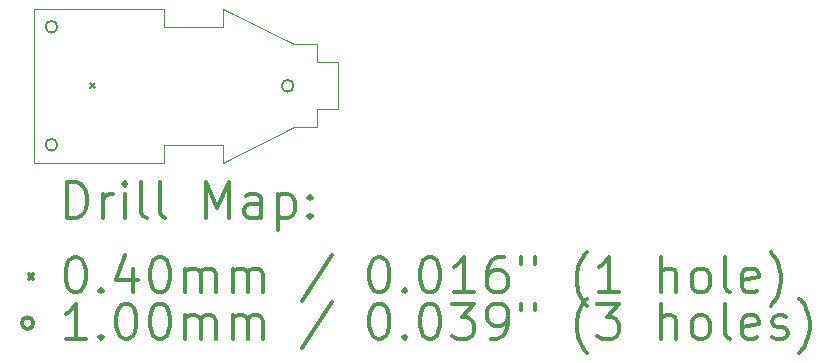
<source format=gbr>
%FSLAX45Y45*%
G04 Gerber Fmt 4.5, Leading zero omitted, Abs format (unit mm)*
G04 Created by KiCad (PCBNEW (5.1.6)-1) date 2022-09-21 11:03:20*
%MOMM*%
%LPD*%
G01*
G04 APERTURE LIST*
%TA.AperFunction,Profile*%
%ADD10C,0.050000*%
%TD*%
%ADD11C,0.200000*%
%ADD12C,0.300000*%
G04 APERTURE END LIST*
D10*
X16300000Y-12350000D02*
X16900000Y-12050000D01*
X16200000Y-12200000D02*
X16300000Y-12200000D01*
X16300000Y-11050000D02*
X16900000Y-11350000D01*
X16200000Y-11200000D02*
X16300000Y-11200000D01*
X16300000Y-11200000D02*
X16300000Y-11050000D01*
X15800000Y-11200000D02*
X16200000Y-11200000D01*
X16300000Y-12200000D02*
X16300000Y-12350000D01*
X15800000Y-12200000D02*
X16200000Y-12200000D01*
X15800000Y-11050000D02*
X15800000Y-11200000D01*
X15800000Y-12350000D02*
X15800000Y-12200000D01*
X15600000Y-11050000D02*
X15800000Y-11050000D01*
X15600000Y-12350000D02*
X15800000Y-12350000D01*
X17100000Y-12050000D02*
X16900000Y-12050000D01*
X17100000Y-11350000D02*
X16900000Y-11350000D01*
X17100000Y-11900000D02*
X17100000Y-12050000D01*
X17275000Y-11900000D02*
X17100000Y-11900000D01*
X17100000Y-11500000D02*
X17100000Y-11350000D01*
X17275000Y-11500000D02*
X17100000Y-11500000D01*
X17275000Y-11500000D02*
X17275000Y-11900000D01*
X14700000Y-12350000D02*
X15600000Y-12350000D01*
X14700000Y-11050000D02*
X15600000Y-11050000D01*
X14700000Y-12350000D02*
X14700000Y-11050000D01*
D11*
X15180000Y-11680000D02*
X15220000Y-11720000D01*
X15220000Y-11680000D02*
X15180000Y-11720000D01*
X16900000Y-11700000D02*
G75*
G03*
X16900000Y-11700000I-50000J0D01*
G01*
X14900000Y-11200000D02*
G75*
G03*
X14900000Y-11200000I-50000J0D01*
G01*
X14900000Y-12200000D02*
G75*
G03*
X14900000Y-12200000I-50000J0D01*
G01*
D12*
X14983928Y-12818214D02*
X14983928Y-12518214D01*
X15055357Y-12518214D01*
X15098214Y-12532500D01*
X15126786Y-12561071D01*
X15141071Y-12589643D01*
X15155357Y-12646786D01*
X15155357Y-12689643D01*
X15141071Y-12746786D01*
X15126786Y-12775357D01*
X15098214Y-12803929D01*
X15055357Y-12818214D01*
X14983928Y-12818214D01*
X15283928Y-12818214D02*
X15283928Y-12618214D01*
X15283928Y-12675357D02*
X15298214Y-12646786D01*
X15312500Y-12632500D01*
X15341071Y-12618214D01*
X15369643Y-12618214D01*
X15469643Y-12818214D02*
X15469643Y-12618214D01*
X15469643Y-12518214D02*
X15455357Y-12532500D01*
X15469643Y-12546786D01*
X15483928Y-12532500D01*
X15469643Y-12518214D01*
X15469643Y-12546786D01*
X15655357Y-12818214D02*
X15626786Y-12803929D01*
X15612500Y-12775357D01*
X15612500Y-12518214D01*
X15812500Y-12818214D02*
X15783928Y-12803929D01*
X15769643Y-12775357D01*
X15769643Y-12518214D01*
X16155357Y-12818214D02*
X16155357Y-12518214D01*
X16255357Y-12732500D01*
X16355357Y-12518214D01*
X16355357Y-12818214D01*
X16626786Y-12818214D02*
X16626786Y-12661071D01*
X16612500Y-12632500D01*
X16583928Y-12618214D01*
X16526786Y-12618214D01*
X16498214Y-12632500D01*
X16626786Y-12803929D02*
X16598214Y-12818214D01*
X16526786Y-12818214D01*
X16498214Y-12803929D01*
X16483928Y-12775357D01*
X16483928Y-12746786D01*
X16498214Y-12718214D01*
X16526786Y-12703929D01*
X16598214Y-12703929D01*
X16626786Y-12689643D01*
X16769643Y-12618214D02*
X16769643Y-12918214D01*
X16769643Y-12632500D02*
X16798214Y-12618214D01*
X16855357Y-12618214D01*
X16883928Y-12632500D01*
X16898214Y-12646786D01*
X16912500Y-12675357D01*
X16912500Y-12761071D01*
X16898214Y-12789643D01*
X16883928Y-12803929D01*
X16855357Y-12818214D01*
X16798214Y-12818214D01*
X16769643Y-12803929D01*
X17041071Y-12789643D02*
X17055357Y-12803929D01*
X17041071Y-12818214D01*
X17026786Y-12803929D01*
X17041071Y-12789643D01*
X17041071Y-12818214D01*
X17041071Y-12632500D02*
X17055357Y-12646786D01*
X17041071Y-12661071D01*
X17026786Y-12646786D01*
X17041071Y-12632500D01*
X17041071Y-12661071D01*
X14657500Y-13292500D02*
X14697500Y-13332500D01*
X14697500Y-13292500D02*
X14657500Y-13332500D01*
X15041071Y-13148214D02*
X15069643Y-13148214D01*
X15098214Y-13162500D01*
X15112500Y-13176786D01*
X15126786Y-13205357D01*
X15141071Y-13262500D01*
X15141071Y-13333929D01*
X15126786Y-13391071D01*
X15112500Y-13419643D01*
X15098214Y-13433929D01*
X15069643Y-13448214D01*
X15041071Y-13448214D01*
X15012500Y-13433929D01*
X14998214Y-13419643D01*
X14983928Y-13391071D01*
X14969643Y-13333929D01*
X14969643Y-13262500D01*
X14983928Y-13205357D01*
X14998214Y-13176786D01*
X15012500Y-13162500D01*
X15041071Y-13148214D01*
X15269643Y-13419643D02*
X15283928Y-13433929D01*
X15269643Y-13448214D01*
X15255357Y-13433929D01*
X15269643Y-13419643D01*
X15269643Y-13448214D01*
X15541071Y-13248214D02*
X15541071Y-13448214D01*
X15469643Y-13133929D02*
X15398214Y-13348214D01*
X15583928Y-13348214D01*
X15755357Y-13148214D02*
X15783928Y-13148214D01*
X15812500Y-13162500D01*
X15826786Y-13176786D01*
X15841071Y-13205357D01*
X15855357Y-13262500D01*
X15855357Y-13333929D01*
X15841071Y-13391071D01*
X15826786Y-13419643D01*
X15812500Y-13433929D01*
X15783928Y-13448214D01*
X15755357Y-13448214D01*
X15726786Y-13433929D01*
X15712500Y-13419643D01*
X15698214Y-13391071D01*
X15683928Y-13333929D01*
X15683928Y-13262500D01*
X15698214Y-13205357D01*
X15712500Y-13176786D01*
X15726786Y-13162500D01*
X15755357Y-13148214D01*
X15983928Y-13448214D02*
X15983928Y-13248214D01*
X15983928Y-13276786D02*
X15998214Y-13262500D01*
X16026786Y-13248214D01*
X16069643Y-13248214D01*
X16098214Y-13262500D01*
X16112500Y-13291071D01*
X16112500Y-13448214D01*
X16112500Y-13291071D02*
X16126786Y-13262500D01*
X16155357Y-13248214D01*
X16198214Y-13248214D01*
X16226786Y-13262500D01*
X16241071Y-13291071D01*
X16241071Y-13448214D01*
X16383928Y-13448214D02*
X16383928Y-13248214D01*
X16383928Y-13276786D02*
X16398214Y-13262500D01*
X16426786Y-13248214D01*
X16469643Y-13248214D01*
X16498214Y-13262500D01*
X16512500Y-13291071D01*
X16512500Y-13448214D01*
X16512500Y-13291071D02*
X16526786Y-13262500D01*
X16555357Y-13248214D01*
X16598214Y-13248214D01*
X16626786Y-13262500D01*
X16641071Y-13291071D01*
X16641071Y-13448214D01*
X17226786Y-13133929D02*
X16969643Y-13519643D01*
X17612500Y-13148214D02*
X17641071Y-13148214D01*
X17669643Y-13162500D01*
X17683928Y-13176786D01*
X17698214Y-13205357D01*
X17712500Y-13262500D01*
X17712500Y-13333929D01*
X17698214Y-13391071D01*
X17683928Y-13419643D01*
X17669643Y-13433929D01*
X17641071Y-13448214D01*
X17612500Y-13448214D01*
X17583928Y-13433929D01*
X17569643Y-13419643D01*
X17555357Y-13391071D01*
X17541071Y-13333929D01*
X17541071Y-13262500D01*
X17555357Y-13205357D01*
X17569643Y-13176786D01*
X17583928Y-13162500D01*
X17612500Y-13148214D01*
X17841071Y-13419643D02*
X17855357Y-13433929D01*
X17841071Y-13448214D01*
X17826786Y-13433929D01*
X17841071Y-13419643D01*
X17841071Y-13448214D01*
X18041071Y-13148214D02*
X18069643Y-13148214D01*
X18098214Y-13162500D01*
X18112500Y-13176786D01*
X18126786Y-13205357D01*
X18141071Y-13262500D01*
X18141071Y-13333929D01*
X18126786Y-13391071D01*
X18112500Y-13419643D01*
X18098214Y-13433929D01*
X18069643Y-13448214D01*
X18041071Y-13448214D01*
X18012500Y-13433929D01*
X17998214Y-13419643D01*
X17983928Y-13391071D01*
X17969643Y-13333929D01*
X17969643Y-13262500D01*
X17983928Y-13205357D01*
X17998214Y-13176786D01*
X18012500Y-13162500D01*
X18041071Y-13148214D01*
X18426786Y-13448214D02*
X18255357Y-13448214D01*
X18341071Y-13448214D02*
X18341071Y-13148214D01*
X18312500Y-13191071D01*
X18283928Y-13219643D01*
X18255357Y-13233929D01*
X18683928Y-13148214D02*
X18626786Y-13148214D01*
X18598214Y-13162500D01*
X18583928Y-13176786D01*
X18555357Y-13219643D01*
X18541071Y-13276786D01*
X18541071Y-13391071D01*
X18555357Y-13419643D01*
X18569643Y-13433929D01*
X18598214Y-13448214D01*
X18655357Y-13448214D01*
X18683928Y-13433929D01*
X18698214Y-13419643D01*
X18712500Y-13391071D01*
X18712500Y-13319643D01*
X18698214Y-13291071D01*
X18683928Y-13276786D01*
X18655357Y-13262500D01*
X18598214Y-13262500D01*
X18569643Y-13276786D01*
X18555357Y-13291071D01*
X18541071Y-13319643D01*
X18826786Y-13148214D02*
X18826786Y-13205357D01*
X18941071Y-13148214D02*
X18941071Y-13205357D01*
X19383928Y-13562500D02*
X19369643Y-13548214D01*
X19341071Y-13505357D01*
X19326786Y-13476786D01*
X19312500Y-13433929D01*
X19298214Y-13362500D01*
X19298214Y-13305357D01*
X19312500Y-13233929D01*
X19326786Y-13191071D01*
X19341071Y-13162500D01*
X19369643Y-13119643D01*
X19383928Y-13105357D01*
X19655357Y-13448214D02*
X19483928Y-13448214D01*
X19569643Y-13448214D02*
X19569643Y-13148214D01*
X19541071Y-13191071D01*
X19512500Y-13219643D01*
X19483928Y-13233929D01*
X20012500Y-13448214D02*
X20012500Y-13148214D01*
X20141071Y-13448214D02*
X20141071Y-13291071D01*
X20126786Y-13262500D01*
X20098214Y-13248214D01*
X20055357Y-13248214D01*
X20026786Y-13262500D01*
X20012500Y-13276786D01*
X20326786Y-13448214D02*
X20298214Y-13433929D01*
X20283928Y-13419643D01*
X20269643Y-13391071D01*
X20269643Y-13305357D01*
X20283928Y-13276786D01*
X20298214Y-13262500D01*
X20326786Y-13248214D01*
X20369643Y-13248214D01*
X20398214Y-13262500D01*
X20412500Y-13276786D01*
X20426786Y-13305357D01*
X20426786Y-13391071D01*
X20412500Y-13419643D01*
X20398214Y-13433929D01*
X20369643Y-13448214D01*
X20326786Y-13448214D01*
X20598214Y-13448214D02*
X20569643Y-13433929D01*
X20555357Y-13405357D01*
X20555357Y-13148214D01*
X20826786Y-13433929D02*
X20798214Y-13448214D01*
X20741071Y-13448214D01*
X20712500Y-13433929D01*
X20698214Y-13405357D01*
X20698214Y-13291071D01*
X20712500Y-13262500D01*
X20741071Y-13248214D01*
X20798214Y-13248214D01*
X20826786Y-13262500D01*
X20841071Y-13291071D01*
X20841071Y-13319643D01*
X20698214Y-13348214D01*
X20941071Y-13562500D02*
X20955357Y-13548214D01*
X20983928Y-13505357D01*
X20998214Y-13476786D01*
X21012500Y-13433929D01*
X21026786Y-13362500D01*
X21026786Y-13305357D01*
X21012500Y-13233929D01*
X20998214Y-13191071D01*
X20983928Y-13162500D01*
X20955357Y-13119643D01*
X20941071Y-13105357D01*
X14697500Y-13708500D02*
G75*
G03*
X14697500Y-13708500I-50000J0D01*
G01*
X15141071Y-13844214D02*
X14969643Y-13844214D01*
X15055357Y-13844214D02*
X15055357Y-13544214D01*
X15026786Y-13587071D01*
X14998214Y-13615643D01*
X14969643Y-13629929D01*
X15269643Y-13815643D02*
X15283928Y-13829929D01*
X15269643Y-13844214D01*
X15255357Y-13829929D01*
X15269643Y-13815643D01*
X15269643Y-13844214D01*
X15469643Y-13544214D02*
X15498214Y-13544214D01*
X15526786Y-13558500D01*
X15541071Y-13572786D01*
X15555357Y-13601357D01*
X15569643Y-13658500D01*
X15569643Y-13729929D01*
X15555357Y-13787071D01*
X15541071Y-13815643D01*
X15526786Y-13829929D01*
X15498214Y-13844214D01*
X15469643Y-13844214D01*
X15441071Y-13829929D01*
X15426786Y-13815643D01*
X15412500Y-13787071D01*
X15398214Y-13729929D01*
X15398214Y-13658500D01*
X15412500Y-13601357D01*
X15426786Y-13572786D01*
X15441071Y-13558500D01*
X15469643Y-13544214D01*
X15755357Y-13544214D02*
X15783928Y-13544214D01*
X15812500Y-13558500D01*
X15826786Y-13572786D01*
X15841071Y-13601357D01*
X15855357Y-13658500D01*
X15855357Y-13729929D01*
X15841071Y-13787071D01*
X15826786Y-13815643D01*
X15812500Y-13829929D01*
X15783928Y-13844214D01*
X15755357Y-13844214D01*
X15726786Y-13829929D01*
X15712500Y-13815643D01*
X15698214Y-13787071D01*
X15683928Y-13729929D01*
X15683928Y-13658500D01*
X15698214Y-13601357D01*
X15712500Y-13572786D01*
X15726786Y-13558500D01*
X15755357Y-13544214D01*
X15983928Y-13844214D02*
X15983928Y-13644214D01*
X15983928Y-13672786D02*
X15998214Y-13658500D01*
X16026786Y-13644214D01*
X16069643Y-13644214D01*
X16098214Y-13658500D01*
X16112500Y-13687071D01*
X16112500Y-13844214D01*
X16112500Y-13687071D02*
X16126786Y-13658500D01*
X16155357Y-13644214D01*
X16198214Y-13644214D01*
X16226786Y-13658500D01*
X16241071Y-13687071D01*
X16241071Y-13844214D01*
X16383928Y-13844214D02*
X16383928Y-13644214D01*
X16383928Y-13672786D02*
X16398214Y-13658500D01*
X16426786Y-13644214D01*
X16469643Y-13644214D01*
X16498214Y-13658500D01*
X16512500Y-13687071D01*
X16512500Y-13844214D01*
X16512500Y-13687071D02*
X16526786Y-13658500D01*
X16555357Y-13644214D01*
X16598214Y-13644214D01*
X16626786Y-13658500D01*
X16641071Y-13687071D01*
X16641071Y-13844214D01*
X17226786Y-13529929D02*
X16969643Y-13915643D01*
X17612500Y-13544214D02*
X17641071Y-13544214D01*
X17669643Y-13558500D01*
X17683928Y-13572786D01*
X17698214Y-13601357D01*
X17712500Y-13658500D01*
X17712500Y-13729929D01*
X17698214Y-13787071D01*
X17683928Y-13815643D01*
X17669643Y-13829929D01*
X17641071Y-13844214D01*
X17612500Y-13844214D01*
X17583928Y-13829929D01*
X17569643Y-13815643D01*
X17555357Y-13787071D01*
X17541071Y-13729929D01*
X17541071Y-13658500D01*
X17555357Y-13601357D01*
X17569643Y-13572786D01*
X17583928Y-13558500D01*
X17612500Y-13544214D01*
X17841071Y-13815643D02*
X17855357Y-13829929D01*
X17841071Y-13844214D01*
X17826786Y-13829929D01*
X17841071Y-13815643D01*
X17841071Y-13844214D01*
X18041071Y-13544214D02*
X18069643Y-13544214D01*
X18098214Y-13558500D01*
X18112500Y-13572786D01*
X18126786Y-13601357D01*
X18141071Y-13658500D01*
X18141071Y-13729929D01*
X18126786Y-13787071D01*
X18112500Y-13815643D01*
X18098214Y-13829929D01*
X18069643Y-13844214D01*
X18041071Y-13844214D01*
X18012500Y-13829929D01*
X17998214Y-13815643D01*
X17983928Y-13787071D01*
X17969643Y-13729929D01*
X17969643Y-13658500D01*
X17983928Y-13601357D01*
X17998214Y-13572786D01*
X18012500Y-13558500D01*
X18041071Y-13544214D01*
X18241071Y-13544214D02*
X18426786Y-13544214D01*
X18326786Y-13658500D01*
X18369643Y-13658500D01*
X18398214Y-13672786D01*
X18412500Y-13687071D01*
X18426786Y-13715643D01*
X18426786Y-13787071D01*
X18412500Y-13815643D01*
X18398214Y-13829929D01*
X18369643Y-13844214D01*
X18283928Y-13844214D01*
X18255357Y-13829929D01*
X18241071Y-13815643D01*
X18569643Y-13844214D02*
X18626786Y-13844214D01*
X18655357Y-13829929D01*
X18669643Y-13815643D01*
X18698214Y-13772786D01*
X18712500Y-13715643D01*
X18712500Y-13601357D01*
X18698214Y-13572786D01*
X18683928Y-13558500D01*
X18655357Y-13544214D01*
X18598214Y-13544214D01*
X18569643Y-13558500D01*
X18555357Y-13572786D01*
X18541071Y-13601357D01*
X18541071Y-13672786D01*
X18555357Y-13701357D01*
X18569643Y-13715643D01*
X18598214Y-13729929D01*
X18655357Y-13729929D01*
X18683928Y-13715643D01*
X18698214Y-13701357D01*
X18712500Y-13672786D01*
X18826786Y-13544214D02*
X18826786Y-13601357D01*
X18941071Y-13544214D02*
X18941071Y-13601357D01*
X19383928Y-13958500D02*
X19369643Y-13944214D01*
X19341071Y-13901357D01*
X19326786Y-13872786D01*
X19312500Y-13829929D01*
X19298214Y-13758500D01*
X19298214Y-13701357D01*
X19312500Y-13629929D01*
X19326786Y-13587071D01*
X19341071Y-13558500D01*
X19369643Y-13515643D01*
X19383928Y-13501357D01*
X19469643Y-13544214D02*
X19655357Y-13544214D01*
X19555357Y-13658500D01*
X19598214Y-13658500D01*
X19626786Y-13672786D01*
X19641071Y-13687071D01*
X19655357Y-13715643D01*
X19655357Y-13787071D01*
X19641071Y-13815643D01*
X19626786Y-13829929D01*
X19598214Y-13844214D01*
X19512500Y-13844214D01*
X19483928Y-13829929D01*
X19469643Y-13815643D01*
X20012500Y-13844214D02*
X20012500Y-13544214D01*
X20141071Y-13844214D02*
X20141071Y-13687071D01*
X20126786Y-13658500D01*
X20098214Y-13644214D01*
X20055357Y-13644214D01*
X20026786Y-13658500D01*
X20012500Y-13672786D01*
X20326786Y-13844214D02*
X20298214Y-13829929D01*
X20283928Y-13815643D01*
X20269643Y-13787071D01*
X20269643Y-13701357D01*
X20283928Y-13672786D01*
X20298214Y-13658500D01*
X20326786Y-13644214D01*
X20369643Y-13644214D01*
X20398214Y-13658500D01*
X20412500Y-13672786D01*
X20426786Y-13701357D01*
X20426786Y-13787071D01*
X20412500Y-13815643D01*
X20398214Y-13829929D01*
X20369643Y-13844214D01*
X20326786Y-13844214D01*
X20598214Y-13844214D02*
X20569643Y-13829929D01*
X20555357Y-13801357D01*
X20555357Y-13544214D01*
X20826786Y-13829929D02*
X20798214Y-13844214D01*
X20741071Y-13844214D01*
X20712500Y-13829929D01*
X20698214Y-13801357D01*
X20698214Y-13687071D01*
X20712500Y-13658500D01*
X20741071Y-13644214D01*
X20798214Y-13644214D01*
X20826786Y-13658500D01*
X20841071Y-13687071D01*
X20841071Y-13715643D01*
X20698214Y-13744214D01*
X20955357Y-13829929D02*
X20983928Y-13844214D01*
X21041071Y-13844214D01*
X21069643Y-13829929D01*
X21083928Y-13801357D01*
X21083928Y-13787071D01*
X21069643Y-13758500D01*
X21041071Y-13744214D01*
X20998214Y-13744214D01*
X20969643Y-13729929D01*
X20955357Y-13701357D01*
X20955357Y-13687071D01*
X20969643Y-13658500D01*
X20998214Y-13644214D01*
X21041071Y-13644214D01*
X21069643Y-13658500D01*
X21183928Y-13958500D02*
X21198214Y-13944214D01*
X21226786Y-13901357D01*
X21241071Y-13872786D01*
X21255357Y-13829929D01*
X21269643Y-13758500D01*
X21269643Y-13701357D01*
X21255357Y-13629929D01*
X21241071Y-13587071D01*
X21226786Y-13558500D01*
X21198214Y-13515643D01*
X21183928Y-13501357D01*
M02*

</source>
